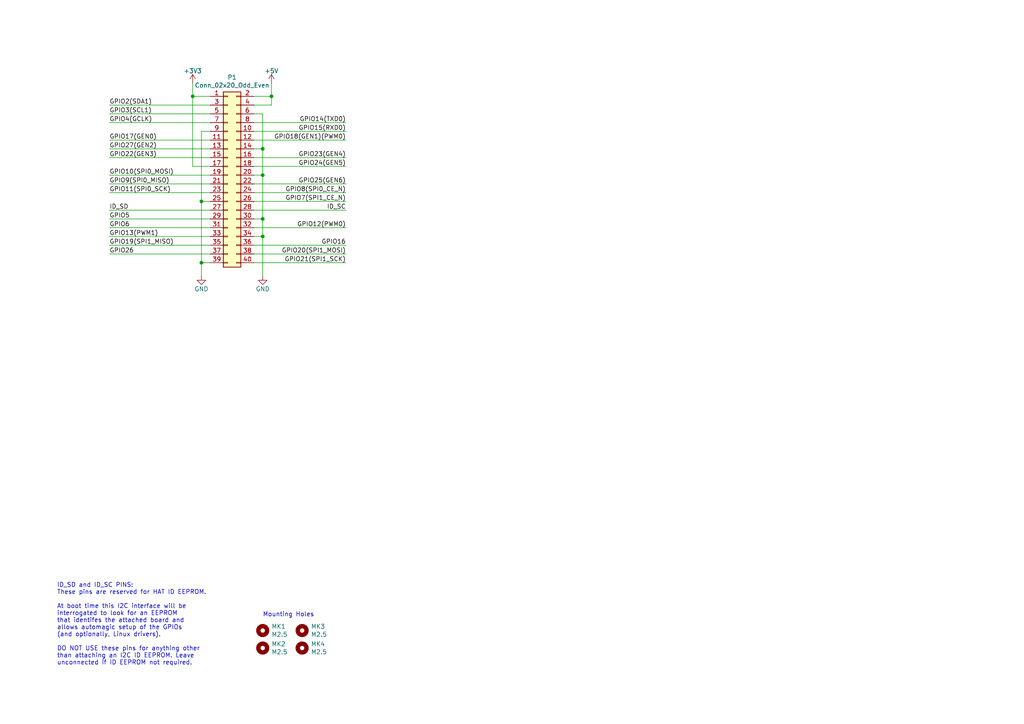
<source format=kicad_sch>
(kicad_sch (version 20230121) (generator eeschema)
  (paper "A4")
  (title_block (date "15 nov 2012"))
  (lib_symbols
    (symbol "Connector_Generic:Conn_02x20_Odd_Even" (pin_names (offset 1.016) hide)
      (property "Reference" "J" (at 1.27 25.4 0))
      (property "Value" "Conn_02x20_Odd_Even" (at 1.27 -27.94 0))
      (symbol "Conn_02x20_Odd_Even_1_1"
        (rectangle (start -1.27 -25.273) (end 0 -25.527) (stroke (width 0.1524)))
        (rectangle (start -1.27 -22.733) (end 0 -22.987) (stroke (width 0.1524)))
        (rectangle (start -1.27 -20.193) (end 0 -20.447) (stroke (width 0.1524)))
        (rectangle (start -1.27 -17.653) (end 0 -17.907) (stroke (width 0.1524)))
        (rectangle (start -1.27 -15.113) (end 0 -15.367) (stroke (width 0.1524)))
        (rectangle (start -1.27 -12.573) (end 0 -12.827) (stroke (width 0.1524)))
        (rectangle (start -1.27 -10.033) (end 0 -10.287) (stroke (width 0.1524)))
        (rectangle (start -1.27 -7.493) (end 0 -7.747) (stroke (width 0.1524)))
        (rectangle (start -1.27 -4.953) (end 0 -5.207) (stroke (width 0.1524)))
        (rectangle (start -1.27 -2.413) (end 0 -2.667) (stroke (width 0.1524)))
        (rectangle (start -1.27 0.127) (end 0 -0.127) (stroke (width 0.1524)))
        (rectangle (start -1.27 2.667) (end 0 2.413) (stroke (width 0.1524)))
        (rectangle (start -1.27 5.207) (end 0 4.953) (stroke (width 0.1524)))
        (rectangle (start -1.27 7.747) (end 0 7.493) (stroke (width 0.1524)))
        (rectangle (start -1.27 10.287) (end 0 10.033) (stroke (width 0.1524)))
        (rectangle (start -1.27 12.827) (end 0 12.573) (stroke (width 0.1524)))
        (rectangle (start -1.27 15.367) (end 0 15.113) (stroke (width 0.1524)))
        (rectangle (start -1.27 17.907) (end 0 17.653) (stroke (width 0.1524)))
        (rectangle (start -1.27 20.447) (end 0 20.193) (stroke (width 0.1524)))
        (rectangle (start -1.27 22.987) (end 0 22.733) (stroke (width 0.1524)))
        (rectangle (start -1.27 24.13) (end 3.81 -26.67) (stroke (width 0.254)) (fill (type background)))
        (rectangle (start 3.81 -25.273) (end 2.54 -25.527) (stroke (width 0.1524)))
        (rectangle (start 3.81 -22.733) (end 2.54 -22.987) (stroke (width 0.1524)))
        (rectangle (start 3.81 -20.193) (end 2.54 -20.447) (stroke (width 0.1524)))
        (rectangle (start 3.81 -17.653) (end 2.54 -17.907) (stroke (width 0.1524)))
        (rectangle (start 3.81 -15.113) (end 2.54 -15.367) (stroke (width 0.1524)))
        (rectangle (start 3.81 -12.573) (end 2.54 -12.827) (stroke (width 0.1524)))
        (rectangle (start 3.81 -10.033) (end 2.54 -10.287) (stroke (width 0.1524)))
        (rectangle (start 3.81 -7.493) (end 2.54 -7.747) (stroke (width 0.1524)))
        (rectangle (start 3.81 -4.953) (end 2.54 -5.207) (stroke (width 0.1524)))
        (rectangle (start 3.81 -2.413) (end 2.54 -2.667) (stroke (width 0.1524)))
        (rectangle (start 3.81 0.127) (end 2.54 -0.127) (stroke (width 0.1524)))
        (rectangle (start 3.81 2.667) (end 2.54 2.413) (stroke (width 0.1524)))
        (rectangle (start 3.81 5.207) (end 2.54 4.953) (stroke (width 0.1524)))
        (rectangle (start 3.81 7.747) (end 2.54 7.493) (stroke (width 0.1524)))
        (rectangle (start 3.81 10.287) (end 2.54 10.033) (stroke (width 0.1524)))
        (rectangle (start 3.81 12.827) (end 2.54 12.573) (stroke (width 0.1524)))
        (rectangle (start 3.81 15.367) (end 2.54 15.113) (stroke (width 0.1524)))
        (rectangle (start 3.81 17.907) (end 2.54 17.653) (stroke (width 0.1524)))
        (rectangle (start 3.81 20.447) (end 2.54 20.193) (stroke (width 0.1524)))
        (rectangle (start 3.81 22.987) (end 2.54 22.733) (stroke (width 0.1524)))
        (pin passive line (at -5.08 22.86 0) (length 3.81) (name "Pin_1") (number "1"))
        (pin passive line (at 7.62 12.7 180) (length 3.81) (name "Pin_10") (number "10"))
        (pin passive line (at -5.08 10.16 0) (length 3.81) (name "Pin_11") (number "11"))
        (pin passive line (at 7.62 10.16 180) (length 3.81) (name "Pin_12") (number "12"))
        (pin passive line (at -5.08 7.62 0) (length 3.81) (name "Pin_13") (number "13"))
        (pin passive line (at 7.62 7.62 180) (length 3.81) (name "Pin_14") (number "14"))
        (pin passive line (at -5.08 5.08 0) (length 3.81) (name "Pin_15") (number "15"))
        (pin passive line (at 7.62 5.08 180) (length 3.81) (name "Pin_16") (number "16"))
        (pin passive line (at -5.08 2.54 0) (length 3.81) (name "Pin_17") (number "17"))
        (pin passive line (at 7.62 2.54 180) (length 3.81) (name "Pin_18") (number "18"))
        (pin passive line (at -5.08 0 0) (length 3.81) (name "Pin_19") (number "19"))
        (pin passive line (at 7.62 22.86 180) (length 3.81) (name "Pin_2") (number "2"))
        (pin passive line (at 7.62 0 180) (length 3.81) (name "Pin_20") (number "20"))
        (pin passive line (at -5.08 -2.54 0) (length 3.81) (name "Pin_21") (number "21"))
        (pin passive line (at 7.62 -2.54 180) (length 3.81) (name "Pin_22") (number "22"))
        (pin passive line (at -5.08 -5.08 0) (length 3.81) (name "Pin_23") (number "23"))
        (pin passive line (at 7.62 -5.08 180) (length 3.81) (name "Pin_24") (number "24"))
        (pin passive line (at -5.08 -7.62 0) (length 3.81) (name "Pin_25") (number "25"))
        (pin passive line (at 7.62 -7.62 180) (length 3.81) (name "Pin_26") (number "26"))
        (pin passive line (at -5.08 -10.16 0) (length 3.81) (name "Pin_27") (number "27"))
        (pin passive line (at 7.62 -10.16 180) (length 3.81) (name "Pin_28") (number "28"))
        (pin passive line (at -5.08 -12.7 0) (length 3.81) (name "Pin_29") (number "29"))
        (pin passive line (at -5.08 20.32 0) (length 3.81) (name "Pin_3") (number "3"))
        (pin passive line (at 7.62 -12.7 180) (length 3.81) (name "Pin_30") (number "30"))
        (pin passive line (at -5.08 -15.24 0) (length 3.81) (name "Pin_31") (number "31"))
        (pin passive line (at 7.62 -15.24 180) (length 3.81) (name "Pin_32") (number "32"))
        (pin passive line (at -5.08 -17.78 0) (length 3.81) (name "Pin_33") (number "33"))
        (pin passive line (at 7.62 -17.78 180) (length 3.81) (name "Pin_34") (number "34"))
        (pin passive line (at -5.08 -20.32 0) (length 3.81) (name "Pin_35") (number "35"))
        (pin passive line (at 7.62 -20.32 180) (length 3.81) (name "Pin_36") (number "36"))
        (pin passive line (at -5.08 -22.86 0) (length 3.81) (name "Pin_37") (number "37"))
        (pin passive line (at 7.62 -22.86 180) (length 3.81) (name "Pin_38") (number "38"))
        (pin passive line (at -5.08 -25.4 0) (length 3.81) (name "Pin_39") (number "39"))
        (pin passive line (at 7.62 20.32 180) (length 3.81) (name "Pin_4") (number "4"))
        (pin passive line (at 7.62 -25.4 180) (length 3.81) (name "Pin_40") (number "40"))
        (pin passive line (at -5.08 17.78 0) (length 3.81) (name "Pin_5") (number "5"))
        (pin passive line (at 7.62 17.78 180) (length 3.81) (name "Pin_6") (number "6"))
        (pin passive line (at -5.08 15.24 0) (length 3.81) (name "Pin_7") (number "7"))
        (pin passive line (at 7.62 15.24 180) (length 3.81) (name "Pin_8") (number "8"))
        (pin passive line (at -5.08 12.7 0) (length 3.81) (name "Pin_9") (number "9"))
      )
    )
    (symbol "power:+5V" (power) (pin_names (offset 0))
      (property "Value" "+5V" (at 0 3.556 0))
      (symbol "+5V_0_1"
        (polyline (pts (xy -0.762 1.27) (xy 0 2.54)))
        (polyline (pts (xy 0 0) (xy 0 2.54)))
        (polyline (pts (xy 0 2.54) (xy 0.762 1.27)))
      )
      (symbol "+5V_1_1"
        (pin power_in line (at 0 0 90) (length 0) hide (name "+5V") (number "1"))
      )
    )
    (symbol "power:GND" (power) (pin_names (offset 0))
      (property "Value" "GND" (at 0 -3.81 0))
      (symbol "GND_0_1"
        (polyline (pts (xy 0 0) (xy 0 -1.27) (xy 1.27 -1.27) (xy 0 -2.54) (xy -1.27 -1.27) (xy 0 -1.27)))
      )
      (symbol "GND_1_1"
        (pin power_in line (at 0 0 270) (length 0) hide (name "GND") (number "1"))
      )
    )
    (symbol "raspberrypi-gpio-40pin-rescue:+3.3V-power" (power) (pin_names (offset 0))
      (property "Value" "+3.3V-power" (at 0 3.556 0))
      (symbol "+3.3V-power_0_1"
        (polyline (pts (xy -0.762 1.27) (xy 0 2.54)))
        (polyline (pts (xy 0 0) (xy 0 2.54)))
        (polyline (pts (xy 0 2.54) (xy 0.762 1.27)))
      )
      (symbol "+3.3V-power_1_1"
        (pin power_in line (at 0 0 90) (length 0) hide (name "+3V3") (number "1"))
      )
    )
    (symbol "raspberrypi-gpio-40pin-rescue:Mounting_Hole-Mechanical" (pin_names (offset 1.016))
      (property "Reference" "MK" (at 0 5.08 0))
      (property "Value" "Mechanical:Mounting_Hole" (at 0 3.175 0))
      (symbol "Mounting_Hole-Mechanical_0_1"
        (circle (center 0 0) (radius 1.27) (stroke (width 1.27)))
      )
    )
  )
  (junction (at 58.42 58.42))
  (junction (at 76.2 43.18))
  (junction (at 76.2 63.5))
  (junction (at 76.2 50.8))
  (junction (at 58.42 76.2))
  (junction (at 76.2 68.58))
  (junction (at 78.74 27.94))
  (junction (at 55.88 27.94))
  (wire (pts (xy 31.75 33.02) (xy 60.96 33.02)))
  (wire (pts (xy 76.2 63.5) (xy 76.2 68.58)))
  (wire (pts (xy 31.75 73.66) (xy 60.96 73.66)))
  (wire (pts (xy 58.42 76.2) (xy 58.42 80.01)))
  (wire (pts (xy 78.74 27.94) (xy 73.66 27.94)))
  (wire (pts (xy 58.42 76.2) (xy 60.96 76.2)))
  (wire (pts (xy 76.2 68.58) (xy 73.66 68.58)))
  (wire (pts (xy 78.74 27.94) (xy 78.74 30.48)))
  (wire (pts (xy 31.75 35.56) (xy 60.96 35.56)))
  (wire (pts (xy 76.2 50.8) (xy 73.66 50.8)))
  (wire (pts (xy 31.75 71.12) (xy 60.96 71.12)))
  (wire (pts (xy 55.88 24.13) (xy 55.88 27.94)))
  (wire (pts (xy 58.42 38.1) (xy 58.42 58.42)))
  (wire (pts (xy 60.96 50.8) (xy 31.75 50.8)))
  (wire (pts (xy 55.88 48.26) (xy 60.96 48.26)))
  (wire (pts (xy 76.2 50.8) (xy 76.2 63.5)))
  (wire (pts (xy 31.75 55.88) (xy 60.96 55.88)))
  (wire (pts (xy 73.66 48.26) (xy 100.33 48.26)))
  (wire (pts (xy 76.2 63.5) (xy 73.66 63.5)))
  (wire (pts (xy 31.75 43.18) (xy 60.96 43.18)))
  (wire (pts (xy 58.42 58.42) (xy 60.96 58.42)))
  (wire (pts (xy 76.2 43.18) (xy 76.2 50.8)))
  (wire (pts (xy 55.88 27.94) (xy 60.96 27.94)))
  (wire (pts (xy 60.96 60.96) (xy 31.75 60.96)))
  (wire (pts (xy 58.42 38.1) (xy 60.96 38.1)))
  (wire (pts (xy 31.75 63.5) (xy 60.96 63.5)))
  (wire (pts (xy 73.66 38.1) (xy 100.33 38.1)))
  (wire (pts (xy 76.2 43.18) (xy 73.66 43.18)))
  (wire (pts (xy 73.66 76.2) (xy 100.33 76.2)))
  (wire (pts (xy 78.74 30.48) (xy 73.66 30.48)))
  (wire (pts (xy 73.66 35.56) (xy 100.33 35.56)))
  (wire (pts (xy 76.2 33.02) (xy 73.66 33.02)))
  (wire (pts (xy 73.66 60.96) (xy 100.33 60.96)))
  (wire (pts (xy 58.42 58.42) (xy 58.42 76.2)))
  (wire (pts (xy 31.75 53.34) (xy 60.96 53.34)))
  (wire (pts (xy 76.2 68.58) (xy 76.2 80.01)))
  (wire (pts (xy 73.66 71.12) (xy 100.33 71.12)))
  (wire (pts (xy 73.66 73.66) (xy 100.33 73.66)))
  (wire (pts (xy 73.66 66.04) (xy 100.33 66.04)))
  (wire (pts (xy 73.66 45.72) (xy 100.33 45.72)))
  (wire (pts (xy 55.88 27.94) (xy 55.88 48.26)))
  (wire (pts (xy 60.96 68.58) (xy 31.75 68.58)))
  (wire (pts (xy 31.75 45.72) (xy 60.96 45.72)))
  (wire (pts (xy 73.66 58.42) (xy 100.33 58.42)))
  (wire (pts (xy 73.66 53.34) (xy 100.33 53.34)))
  (wire (pts (xy 31.75 66.04) (xy 60.96 66.04)))
  (wire (pts (xy 60.96 30.48) (xy 31.75 30.48)))
  (wire (pts (xy 60.96 40.64) (xy 31.75 40.64)))
  (wire (pts (xy 73.66 55.88) (xy 100.33 55.88)))
  (wire (pts (xy 78.74 24.13) (xy 78.74 27.94)))
  (wire (pts (xy 76.2 33.02) (xy 76.2 43.18)))
  (wire (pts (xy 73.66 40.64) (xy 100.33 40.64)))
  (text "ID_SD and ID_SC PINS:\nThese pins are reserved for HAT ID EEPROM.\n\nAt boot time this I2C interface will be\ninterrogated to look for an EEPROM\nthat identifes the attached board and\nallows automagic setup of the GPIOs\n(and optionally, Linux drivers).\n\nDO NOT USE these pins for anything other\nthan attaching an I2C ID EEPROM. Leave\nunconnected if ID EEPROM not required." (at 16.51 193.04 0) (effects (font (size 1.27 1.27)) (justify left bottom)))
  (text "Mounting Holes" (at 76.2 179.07 0) (effects (font (size 1.27 1.27)) (justify left bottom)))
  (label "GPIO3(SCL1)" (at 31.75 33.02 0))
  (label "ID_SD" (at 31.75 60.96 0))
  (label "GPIO21(SPI1_SCK)" (at 100.33 76.2 180))
  (label "GPIO25(GEN6)" (at 100.33 53.34 180))
  (label "GPIO20(SPI1_MOSI)" (at 100.33 73.66 180))
  (label "ID_SC" (at 100.33 60.96 180))
  (label "GPIO10(SPI0_MOSI)" (at 31.75 50.8 0))
  (label "GPIO19(SPI1_MISO)" (at 31.75 71.12 0))
  (label "GPIO27(GEN2)" (at 31.75 43.18 0))
  (label "GPIO6" (at 31.75 66.04 0))
  (label "GPIO11(SPI0_SCK)" (at 31.75 55.88 0))
  (label "GPIO15(RXD0)" (at 100.33 38.1 180))
  (label "GPIO5" (at 31.75 63.5 0))
  (label "GPIO12(PWM0)" (at 100.33 66.04 180))
  (label "GPIO9(SPI0_MISO)" (at 31.75 53.34 0))
  (label "GPIO13(PWM1)" (at 31.75 68.58 0))
  (label "GPIO16" (at 100.33 71.12 180))
  (label "GPIO26" (at 31.75 73.66 0))
  (label "GPIO17(GEN0)" (at 31.75 40.64 0))
  (label "GPIO14(TXD0)" (at 100.33 35.56 180))
  (label "GPIO4(GCLK)" (at 31.75 35.56 0))
  (label "GPIO2(SDA1)" (at 31.75 30.48 0))
  (label "GPIO22(GEN3)" (at 31.75 45.72 0))
  (label "GPIO23(GEN4)" (at 100.33 45.72 180))
  (label "GPIO18(GEN1)(PWM0)" (at 100.33 40.64 180))
  (label "GPIO24(GEN5)" (at 100.33 48.26 180))
  (label "GPIO7(SPI1_CE_N)" (at 100.33 58.42 180))
  (label "GPIO8(SPI0_CE_N)" (at 100.33 55.88 180))
  (symbol (lib_id "power:+5V") (at 78.74 24.13 0) (unit 1)
    (property "Reference" "#PWR01" (effects hide))
    (property "Value" "+5V" (at 78.74 20.574 0))
  )
  (symbol (lib_id "raspberrypi-gpio-40pin-rescue:+3.3V-power") (at 55.88 24.13 0) (unit 1)
    (property "Reference" "#PWR04" (effects hide))
    (property "Value" "+3.3V" (at 55.88 20.574 0))
  )
  (symbol (lib_id "power:GND") (at 76.2 80.01 0) (unit 1)
    (property "Reference" "#PWR02" (effects hide))
    (property "Value" "GND" (at 76.2 83.82 0))
  )
  (symbol (lib_id "power:GND") (at 58.42 80.01 0) (unit 1)
    (property "Reference" "#PWR03" (effects hide))
    (property "Value" "GND" (at 58.42 83.82 0))
  )
  (symbol (lib_id "raspberrypi-gpio-40pin-rescue:Mounting_Hole-Mechanical") (at 76.2 182.88 0) (unit 1)
    (property "Reference" "MK1" (at 78.74 181.7116 0) (effects (justify left)))
    (property "Value" "M2.5" (at 78.74 184.023 0) (effects (justify left)))
    (property "Footprint" "MountingHole:MountingHole_2.7mm_M2.5" (effects hide))
  )
  (symbol (lib_id "raspberrypi-gpio-40pin-rescue:Mounting_Hole-Mechanical") (at 87.63 182.88 0) (unit 1)
    (property "Reference" "MK3" (at 90.17 181.7116 0) (effects (justify left)))
    (property "Value" "M2.5" (at 90.17 184.023 0) (effects (justify left)))
    (property "Footprint" "MountingHole:MountingHole_2.7mm_M2.5" (effects hide))
  )
  (symbol (lib_id "raspberrypi-gpio-40pin-rescue:Mounting_Hole-Mechanical") (at 76.2 187.96 0) (unit 1)
    (property "Reference" "MK2" (at 78.74 186.7916 0) (effects (justify left)))
    (property "Value" "M2.5" (at 78.74 189.103 0) (effects (justify left)))
    (property "Footprint" "MountingHole:MountingHole_2.7mm_M2.5" (effects hide))
  )
  (symbol (lib_id "raspberrypi-gpio-40pin-rescue:Mounting_Hole-Mechanical") (at 87.63 187.96 0) (unit 1)
    (property "Reference" "MK4" (at 90.17 186.7916 0) (effects (justify left)))
    (property "Value" "M2.5" (at 90.17 189.103 0) (effects (justify left)))
    (property "Footprint" "MountingHole:MountingHole_2.7mm_M2.5" (effects hide))
  )
  (symbol (lib_id "Connector_Generic:Conn_02x20_Odd_Even") (at 66.04 50.8 0) (unit 1)
    (property "Reference" "P1" (at 67.31 22.4282 0))
    (property "Value" "Conn_02x20_Odd_Even" (at 67.31 24.7396 0))
    (property "Footprint" "Connector_PinSocket_2.54mm:PinSocket_2x20_P2.54mm_Vertical" (effects hide))
  )
)
</source>
